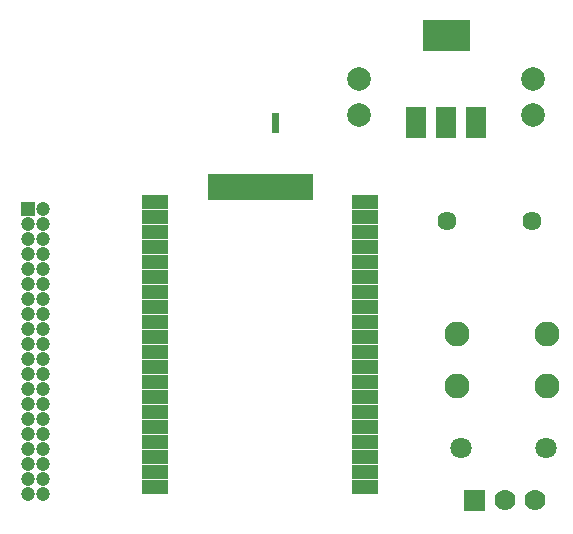
<source format=gts>
G04 Layer: TopSolderMaskLayer*
G04 EasyEDA v6.2.43, 2019-09-14T08:05:40+03:00*
G04 099efe80dd8e4075b8cc61d203687640,04130c9be27c403289d01f1062dd982b,10*
G04 Gerber Generator version 0.2*
G04 Scale: 100 percent, Rotated: No, Reflected: No *
G04 Dimensions in millimeters *
G04 leading zeros omitted , absolute positions ,3 integer and 3 decimal *
%FSLAX33Y33*%
%MOMM*%
G90*
G71D02*

%ADD35C,1.617980*%
%ADD36C,2.108200*%
%ADD37C,2.003196*%
%ADD38C,1.803197*%
%ADD39C,1.778000*%
%ADD41C,1.203198*%

%LPD*%
G36*
G01X13886Y2948D02*
G01X13886Y4163D01*
G01X16085Y4163D01*
G01X16085Y2948D01*
G01X13886Y2948D01*
G37*
G36*
G01X13886Y4218D02*
G01X13886Y5433D01*
G01X16085Y5433D01*
G01X16085Y4218D01*
G01X13886Y4218D01*
G37*
G36*
G01X13886Y5488D02*
G01X13886Y6703D01*
G01X16085Y6703D01*
G01X16085Y5488D01*
G01X13886Y5488D01*
G37*
G36*
G01X13886Y6758D02*
G01X13886Y7973D01*
G01X16085Y7973D01*
G01X16085Y6758D01*
G01X13886Y6758D01*
G37*
G36*
G01X13886Y8028D02*
G01X13886Y9243D01*
G01X16085Y9243D01*
G01X16085Y8028D01*
G01X13886Y8028D01*
G37*
G36*
G01X13886Y9298D02*
G01X13886Y10513D01*
G01X16085Y10513D01*
G01X16085Y9298D01*
G01X13886Y9298D01*
G37*
G36*
G01X13886Y10568D02*
G01X13886Y11783D01*
G01X16085Y11783D01*
G01X16085Y10568D01*
G01X13886Y10568D01*
G37*
G36*
G01X13886Y11838D02*
G01X13886Y13053D01*
G01X16085Y13053D01*
G01X16085Y11838D01*
G01X13886Y11838D01*
G37*
G36*
G01X13886Y13108D02*
G01X13886Y14323D01*
G01X16085Y14323D01*
G01X16085Y13108D01*
G01X13886Y13108D01*
G37*
G36*
G01X13886Y14378D02*
G01X13886Y15593D01*
G01X16085Y15593D01*
G01X16085Y14378D01*
G01X13886Y14378D01*
G37*
G36*
G01X13886Y15648D02*
G01X13886Y16863D01*
G01X16085Y16863D01*
G01X16085Y15648D01*
G01X13886Y15648D01*
G37*
G36*
G01X13886Y16918D02*
G01X13886Y18133D01*
G01X16085Y18133D01*
G01X16085Y16918D01*
G01X13886Y16918D01*
G37*
G36*
G01X13886Y18188D02*
G01X13886Y19403D01*
G01X16085Y19403D01*
G01X16085Y18188D01*
G01X13886Y18188D01*
G37*
G36*
G01X13886Y19458D02*
G01X13886Y20673D01*
G01X16085Y20673D01*
G01X16085Y19458D01*
G01X13886Y19458D01*
G37*
G36*
G01X13886Y20728D02*
G01X13886Y21943D01*
G01X16085Y21943D01*
G01X16085Y20728D01*
G01X13886Y20728D01*
G37*
G36*
G01X13886Y21998D02*
G01X13886Y23213D01*
G01X16085Y23213D01*
G01X16085Y21998D01*
G01X13886Y21998D01*
G37*
G36*
G01X13886Y23268D02*
G01X13886Y24483D01*
G01X16085Y24483D01*
G01X16085Y23268D01*
G01X13886Y23268D01*
G37*
G36*
G01X13886Y24538D02*
G01X13886Y25753D01*
G01X16085Y25753D01*
G01X16085Y24538D01*
G01X13886Y24538D01*
G37*
G36*
G01X13886Y25808D02*
G01X13886Y27023D01*
G01X16085Y27023D01*
G01X16085Y25808D01*
G01X13886Y25808D01*
G37*
G36*
G01X13886Y27078D02*
G01X13886Y28293D01*
G01X16085Y28293D01*
G01X16085Y27078D01*
G01X13886Y27078D01*
G37*
G36*
G01X19458Y27856D02*
G01X19458Y30055D01*
G01X20673Y30055D01*
G01X20673Y27856D01*
G01X19458Y27856D01*
G37*
G36*
G01X20728Y27856D02*
G01X20728Y30055D01*
G01X21943Y30055D01*
G01X21943Y27856D01*
G01X20728Y27856D01*
G37*
G36*
G01X21998Y27856D02*
G01X21998Y30055D01*
G01X23213Y30055D01*
G01X23213Y27856D01*
G01X21998Y27856D01*
G37*
G36*
G01X23268Y27856D02*
G01X23268Y30055D01*
G01X24483Y30055D01*
G01X24483Y27856D01*
G01X23268Y27856D01*
G37*
G36*
G01X24538Y27856D02*
G01X24538Y30055D01*
G01X25753Y30055D01*
G01X25753Y27856D01*
G01X24538Y27856D01*
G37*
G36*
G01X25808Y27856D02*
G01X25808Y30055D01*
G01X27023Y30055D01*
G01X27023Y27856D01*
G01X25808Y27856D01*
G37*
G36*
G01X27078Y27856D02*
G01X27078Y30055D01*
G01X28293Y30055D01*
G01X28293Y27856D01*
G01X27078Y27856D01*
G37*
G36*
G01X31666Y2948D02*
G01X31666Y4163D01*
G01X33865Y4163D01*
G01X33865Y2948D01*
G01X31666Y2948D01*
G37*
G36*
G01X31666Y4218D02*
G01X31666Y5433D01*
G01X33865Y5433D01*
G01X33865Y4218D01*
G01X31666Y4218D01*
G37*
G36*
G01X31666Y5488D02*
G01X31666Y6703D01*
G01X33865Y6703D01*
G01X33865Y5488D01*
G01X31666Y5488D01*
G37*
G36*
G01X31666Y6758D02*
G01X31666Y7973D01*
G01X33865Y7973D01*
G01X33865Y6758D01*
G01X31666Y6758D01*
G37*
G36*
G01X31666Y8028D02*
G01X31666Y9243D01*
G01X33865Y9243D01*
G01X33865Y8028D01*
G01X31666Y8028D01*
G37*
G36*
G01X31666Y9298D02*
G01X31666Y10513D01*
G01X33865Y10513D01*
G01X33865Y9298D01*
G01X31666Y9298D01*
G37*
G36*
G01X31666Y10568D02*
G01X31666Y11783D01*
G01X33865Y11783D01*
G01X33865Y10568D01*
G01X31666Y10568D01*
G37*
G36*
G01X31666Y11838D02*
G01X31666Y13053D01*
G01X33865Y13053D01*
G01X33865Y11838D01*
G01X31666Y11838D01*
G37*
G36*
G01X31666Y13108D02*
G01X31666Y14323D01*
G01X33865Y14323D01*
G01X33865Y13108D01*
G01X31666Y13108D01*
G37*
G36*
G01X31666Y14378D02*
G01X31666Y15593D01*
G01X33865Y15593D01*
G01X33865Y14378D01*
G01X31666Y14378D01*
G37*
G36*
G01X31666Y15648D02*
G01X31666Y16863D01*
G01X33865Y16863D01*
G01X33865Y15648D01*
G01X31666Y15648D01*
G37*
G36*
G01X31666Y16918D02*
G01X31666Y18133D01*
G01X33865Y18133D01*
G01X33865Y16918D01*
G01X31666Y16918D01*
G37*
G36*
G01X31666Y18188D02*
G01X31666Y19403D01*
G01X33865Y19403D01*
G01X33865Y18188D01*
G01X31666Y18188D01*
G37*
G36*
G01X31666Y19458D02*
G01X31666Y20673D01*
G01X33865Y20673D01*
G01X33865Y19458D01*
G01X31666Y19458D01*
G37*
G36*
G01X31666Y20728D02*
G01X31666Y21943D01*
G01X33865Y21943D01*
G01X33865Y20728D01*
G01X31666Y20728D01*
G37*
G36*
G01X31666Y21998D02*
G01X31666Y23213D01*
G01X33865Y23213D01*
G01X33865Y21998D01*
G01X31666Y21998D01*
G37*
G36*
G01X31666Y23268D02*
G01X31666Y24483D01*
G01X33865Y24483D01*
G01X33865Y23268D01*
G01X31666Y23268D01*
G37*
G36*
G01X31666Y24538D02*
G01X31666Y25753D01*
G01X33865Y25753D01*
G01X33865Y24538D01*
G01X31666Y24538D01*
G37*
G36*
G01X31666Y25808D02*
G01X31666Y27023D01*
G01X33865Y27023D01*
G01X33865Y25808D01*
G01X31666Y25808D01*
G37*
G36*
G01X31666Y27078D02*
G01X31666Y28293D01*
G01X33865Y28293D01*
G01X33865Y27078D01*
G01X31666Y27078D01*
G37*
G54D35*
G01X39700Y26035D03*
G01X46913Y26035D03*
G54D36*
G01X48133Y12065D03*
G01X40513Y12065D03*
G01X40513Y16510D03*
G01X48133Y16510D03*
G54D37*
G01X32258Y38076D03*
G01X32258Y35075D03*
G01X46990Y38076D03*
G01X46990Y35075D03*
G54D38*
G01X40850Y6858D03*
G01X48049Y6858D03*
G54D39*
G01X47117Y2413D03*
G01X44577Y2413D03*
G36*
G01X41148Y1524D02*
G01X41148Y3302D01*
G01X42926Y3302D01*
G01X42926Y1524D01*
G01X41148Y1524D01*
G37*
G54D41*
G01X5461Y4191D03*
G01X5461Y5461D03*
G01X5461Y8001D03*
G01X5461Y9271D03*
G01X5461Y10541D03*
G01X5461Y11811D03*
G01X5461Y19431D03*
G01X5461Y20701D03*
G01X5461Y21971D03*
G01X5461Y24511D03*
G01X5461Y25781D03*
G01X5461Y27051D03*
G01X5461Y23241D03*
G01X5461Y18161D03*
G01X5461Y16891D03*
G01X5461Y15621D03*
G01X5461Y14351D03*
G01X5461Y13081D03*
G01X5461Y6731D03*
G01X5461Y2921D03*
G01X4191Y2921D03*
G01X4191Y6731D03*
G01X4191Y13081D03*
G01X4191Y14351D03*
G01X4191Y15621D03*
G01X4191Y16891D03*
G01X4191Y18161D03*
G01X4191Y23241D03*
G36*
G01X3589Y26449D02*
G01X3589Y27652D01*
G01X4792Y27652D01*
G01X4792Y26449D01*
G01X3589Y26449D01*
G37*
G01X4191Y25781D03*
G01X4191Y24511D03*
G01X4191Y21971D03*
G01X4191Y20701D03*
G01X4191Y19431D03*
G01X4191Y11811D03*
G01X4191Y10541D03*
G01X4191Y9271D03*
G01X4191Y8001D03*
G01X4191Y5461D03*
G01X4191Y4191D03*
G36*
G01X24851Y33494D02*
G01X24851Y35222D01*
G01X25455Y35222D01*
G01X25455Y33494D01*
G01X24851Y33494D01*
G37*
G36*
G01X36233Y33116D02*
G01X36233Y35717D01*
G01X37937Y35717D01*
G01X37937Y33116D01*
G01X36233Y33116D01*
G37*
G36*
G01X38773Y33116D02*
G01X38773Y35717D01*
G01X40474Y35717D01*
G01X40474Y33116D01*
G01X38773Y33116D01*
G37*
G36*
G01X41313Y33116D02*
G01X41313Y35717D01*
G01X43014Y35717D01*
G01X43014Y33116D01*
G01X41313Y33116D01*
G37*
G36*
G01X37622Y40482D02*
G01X37622Y43083D01*
G01X41625Y43083D01*
G01X41625Y40482D01*
G01X37622Y40482D01*
G37*
M00*
M02*

</source>
